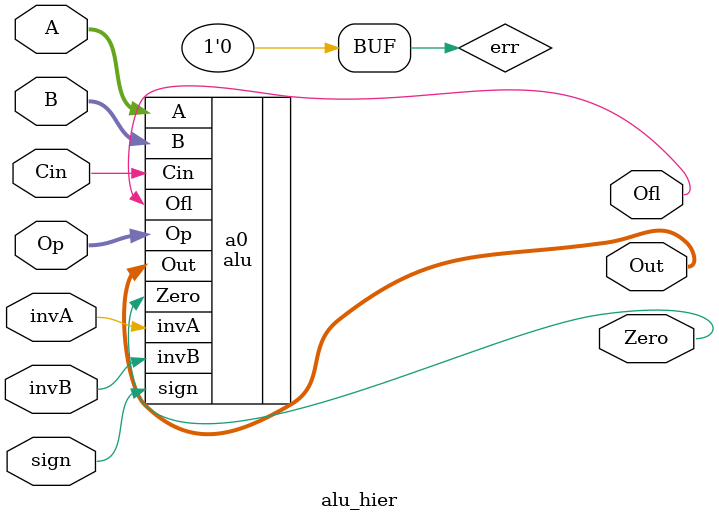
<source format=v>
/*
    CS/ECE 552 Spring '19
    Homework #4, Problem 2

    A 16-bit ALU module combined with clkrst.
*/
module alu_hier(A, B, Cin, Op, invA, invB, sign, Out, Ofl, Zero);

   // declare constant for size of inputs, outputs (N),
   // and operations (O)
   parameter    N = 16;
   parameter    O = 3;

   input [N-1:0] A;
   input [N-1:0] B;
   input Cin;
   input [O-1:0] Op;
   input invA;
   input invB;
   input sign;
   output [N-1:0] Out;
   output Ofl;
   output Zero;

   wire clk;
   wire rst;
   wire err;

   assign err = 1'b0;
 
   clkrst c0(
             // Outputs
             .clk                       (clk),
             .rst                       (rst),
             // Inputs
             .err                       (err)
            );

    alu a0(
          // Outputs
          .Out                          (Out[15:0]),
          .Ofl                          (Ofl),
          .Zero                         (Zero),
          // Inputs
          .A                            (A[15:0]),
          .B                            (B[15:0]),
          .Cin                          (Cin),
          .Op                           (Op[2:0]),
          .invA                         (invA),
          .invB                         (invB),
          .sign                         (sign)
         ); 
endmodule // alu_hier

</source>
